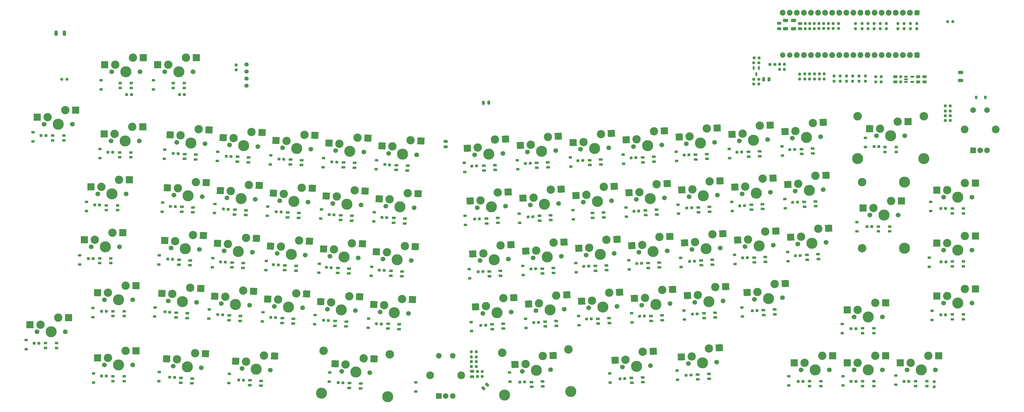
<source format=gbr>
%TF.GenerationSoftware,KiCad,Pcbnew,7.0.7*%
%TF.CreationDate,2023-12-22T23:49:32+01:00*%
%TF.ProjectId,isokey,69736f6b-6579-42e6-9b69-6361645f7063,A*%
%TF.SameCoordinates,Original*%
%TF.FileFunction,Soldermask,Bot*%
%TF.FilePolarity,Negative*%
%FSLAX46Y46*%
G04 Gerber Fmt 4.6, Leading zero omitted, Abs format (unit mm)*
G04 Created by KiCad (PCBNEW 7.0.7) date 2023-12-22 23:49:32*
%MOMM*%
%LPD*%
G01*
G04 APERTURE LIST*
G04 Aperture macros list*
%AMRoundRect*
0 Rectangle with rounded corners*
0 $1 Rounding radius*
0 $2 $3 $4 $5 $6 $7 $8 $9 X,Y pos of 4 corners*
0 Add a 4 corners polygon primitive as box body*
4,1,4,$2,$3,$4,$5,$6,$7,$8,$9,$2,$3,0*
0 Add four circle primitives for the rounded corners*
1,1,$1+$1,$2,$3*
1,1,$1+$1,$4,$5*
1,1,$1+$1,$6,$7*
1,1,$1+$1,$8,$9*
0 Add four rect primitives between the rounded corners*
20,1,$1+$1,$2,$3,$4,$5,0*
20,1,$1+$1,$4,$5,$6,$7,0*
20,1,$1+$1,$6,$7,$8,$9,0*
20,1,$1+$1,$8,$9,$2,$3,0*%
%AMRotRect*
0 Rectangle, with rotation*
0 The origin of the aperture is its center*
0 $1 length*
0 $2 width*
0 $3 Rotation angle, in degrees counterclockwise*
0 Add horizontal line*
21,1,$1,$2,0,0,$3*%
G04 Aperture macros list end*
%ADD10C,1.701800*%
%ADD11C,3.000000*%
%ADD12C,3.987800*%
%ADD13R,2.550000X2.500000*%
%ADD14RoundRect,0.526600X0.425000X0.425000X-0.425000X0.425000X-0.425000X-0.425000X0.425000X-0.425000X0*%
%ADD15C,2.082800*%
%ADD16C,1.903200*%
%ADD17RoundRect,0.526600X-0.425000X-0.514800X0.425000X-0.514800X0.425000X0.514800X-0.425000X0.514800X0*%
%ADD18RotRect,2.550000X2.500000X3.000000*%
%ADD19RotRect,2.550000X2.500000X357.000000*%
%ADD20C,3.048000*%
%ADD21R,2.000000X2.000000*%
%ADD22C,2.000000*%
%ADD23C,2.800000*%
%ADD24C,1.524000*%
%ADD25RoundRect,0.237500X0.287159X0.252875X-0.312019X0.221474X-0.287159X-0.252875X0.312019X-0.221474X0*%
%ADD26RotRect,1.300000X0.850000X183.000000*%
%ADD27RotRect,1.300000X0.850000X177.000000*%
%ADD28RoundRect,0.250000X0.475000X-0.250000X0.475000X0.250000X-0.475000X0.250000X-0.475000X-0.250000X0*%
%ADD29RoundRect,0.225000X-0.362710X0.244318X-0.386262X-0.205066X0.362710X-0.244318X0.386262X0.205066X0*%
%ADD30RoundRect,0.237500X0.300000X0.237500X-0.300000X0.237500X-0.300000X-0.237500X0.300000X-0.237500X0*%
%ADD31RoundRect,0.225000X-0.375000X0.225000X-0.375000X-0.225000X0.375000X-0.225000X0.375000X0.225000X0*%
%ADD32RoundRect,0.237500X-0.237500X0.250000X-0.237500X-0.250000X0.237500X-0.250000X0.237500X0.250000X0*%
%ADD33RoundRect,0.237500X0.312019X0.221474X-0.287159X0.252875X-0.312019X-0.221474X0.287159X-0.252875X0*%
%ADD34RoundRect,0.150000X-0.512500X-0.150000X0.512500X-0.150000X0.512500X0.150000X-0.512500X0.150000X0*%
%ADD35R,1.300000X0.850000*%
%ADD36RoundRect,0.250000X0.650000X-0.325000X0.650000X0.325000X-0.650000X0.325000X-0.650000X-0.325000X0*%
%ADD37RoundRect,0.237500X0.237500X-0.250000X0.237500X0.250000X-0.237500X0.250000X-0.237500X-0.250000X0*%
%ADD38RoundRect,0.237500X0.250000X0.237500X-0.250000X0.237500X-0.250000X-0.237500X0.250000X-0.237500X0*%
%ADD39RoundRect,0.237500X0.237500X-0.300000X0.237500X0.300000X-0.237500X0.300000X-0.237500X-0.300000X0*%
%ADD40RoundRect,0.250000X-0.224798X-0.487433X0.274517X-0.461265X0.224798X0.487433X-0.274517X0.461265X0*%
%ADD41RoundRect,0.237500X-0.237500X0.300000X-0.237500X-0.300000X0.237500X-0.300000X0.237500X0.300000X0*%
%ADD42RoundRect,0.225000X-0.386262X0.205066X-0.362710X-0.244318X0.386262X-0.205066X0.362710X0.244318X0*%
%ADD43RoundRect,0.250000X-0.159099X0.512652X-0.512652X0.159099X0.159099X-0.512652X0.512652X-0.159099X0*%
%ADD44RoundRect,0.237500X-0.250000X-0.237500X0.250000X-0.237500X0.250000X0.237500X-0.250000X0.237500X0*%
%ADD45RoundRect,0.150000X-0.150000X0.512500X-0.150000X-0.512500X0.150000X-0.512500X0.150000X0.512500X0*%
%ADD46RoundRect,0.250000X-0.475000X0.250000X-0.475000X-0.250000X0.475000X-0.250000X0.475000X0.250000X0*%
%ADD47RoundRect,0.250000X-0.250000X-0.475000X0.250000X-0.475000X0.250000X0.475000X-0.250000X0.475000X0*%
%ADD48RoundRect,0.250000X-0.650000X0.325000X-0.650000X-0.325000X0.650000X-0.325000X0.650000X0.325000X0*%
%ADD49RoundRect,0.250000X-0.325000X-0.650000X0.325000X-0.650000X0.325000X0.650000X-0.325000X0.650000X0*%
%ADD50RoundRect,0.225000X0.225000X0.375000X-0.225000X0.375000X-0.225000X-0.375000X0.225000X-0.375000X0*%
G04 APERTURE END LIST*
D10*
%TO.C,SW2*%
X89048799Y-89562410D03*
D11*
X90318799Y-87022410D03*
D12*
X94128799Y-89562410D03*
D11*
X96668799Y-84482410D03*
D10*
X99208799Y-89562410D03*
D13*
X100418799Y-84482410D03*
X86568799Y-87022410D03*
%TD*%
D14*
%TO.C,U1*%
X359360000Y-68300000D03*
D15*
X356820000Y-68300000D03*
X354280000Y-68300000D03*
X351740000Y-68300000D03*
X349200000Y-68300000D03*
X346660000Y-68300000D03*
X344120000Y-68300000D03*
X341580000Y-68300000D03*
X339040000Y-68300000D03*
X336500000Y-68300000D03*
X333960000Y-68300000D03*
X331420000Y-68300000D03*
X328880000Y-68300000D03*
X326340000Y-68300000D03*
X323800000Y-68300000D03*
X321260000Y-68300000D03*
X318720000Y-68300000D03*
X316180000Y-68300000D03*
X313640000Y-68300000D03*
X311100000Y-68300000D03*
D16*
X311100000Y-83540000D03*
X313640000Y-83540000D03*
D15*
X316180000Y-83540000D03*
X318720000Y-83540000D03*
X321260000Y-83540000D03*
X323800000Y-83540000D03*
X326340000Y-83540000D03*
X328880000Y-83540000D03*
X331420000Y-83540000D03*
X333960000Y-83540000D03*
X336500000Y-83540000D03*
X339040000Y-83540000D03*
X341580000Y-83540000D03*
X344120000Y-83540000D03*
X346660000Y-83540000D03*
X349200000Y-83540000D03*
X351740000Y-83540000D03*
X354280000Y-83540000D03*
X356820000Y-83540000D03*
D17*
X359360000Y-83540000D03*
%TD*%
D10*
%TO.C,SW30*%
X315525981Y-132480301D03*
D11*
X316661307Y-129877315D03*
D12*
X320599019Y-132214434D03*
D11*
X322869671Y-127008463D03*
D10*
X325672057Y-131948567D03*
D18*
X326614532Y-126812203D03*
X312916446Y-130073575D03*
%TD*%
D10*
%TO.C,SW36*%
X148450406Y-155957459D03*
D11*
X149851599Y-153487407D03*
D12*
X153523444Y-156223326D03*
D11*
X156325830Y-151283221D03*
D10*
X158596482Y-156489193D03*
D19*
X160070690Y-151479481D03*
X146106738Y-153291147D03*
%TD*%
D10*
%TO.C,SW6*%
X112396621Y-115915674D03*
D11*
X113797814Y-113445622D03*
D12*
X117469659Y-116181541D03*
D11*
X120272045Y-111241436D03*
D10*
X122542697Y-116447408D03*
D19*
X124016905Y-111437696D03*
X110052953Y-113249362D03*
%TD*%
D10*
%TO.C,SW43*%
X297499088Y-152501193D03*
D11*
X298634414Y-149898207D03*
D12*
X302572126Y-152235326D03*
D11*
X304842778Y-147029355D03*
D10*
X307645164Y-151969459D03*
D18*
X308587639Y-146833095D03*
X294889553Y-150094467D03*
%TD*%
D10*
%TO.C,SW18*%
X65025566Y-133524764D03*
D11*
X66295566Y-130984764D03*
D12*
X70105566Y-133524764D03*
D11*
X72645566Y-128444764D03*
D10*
X75185566Y-133524764D03*
D13*
X76395566Y-128444764D03*
X62545566Y-130984764D03*
%TD*%
D10*
%TO.C,SW9*%
X169468299Y-118906674D03*
D11*
X170869492Y-116436622D03*
D12*
X174541337Y-119172541D03*
D11*
X177343723Y-114232436D03*
D10*
X179614375Y-119438408D03*
D19*
X181088583Y-114428696D03*
X167124631Y-116240362D03*
%TD*%
D10*
%TO.C,SW55*%
X241423906Y-174516012D03*
D11*
X242559232Y-171913026D03*
D12*
X246496944Y-174250145D03*
D11*
X248767596Y-169044174D03*
D10*
X251569982Y-173984278D03*
D18*
X252512457Y-168847914D03*
X238814371Y-172109286D03*
%TD*%
D10*
%TO.C,SW24*%
X201382126Y-138462327D03*
D11*
X202517452Y-135859341D03*
D12*
X206455164Y-138196460D03*
D11*
X208725816Y-132990489D03*
D10*
X211528202Y-137930593D03*
D18*
X212470677Y-132794229D03*
X198772591Y-136055601D03*
%TD*%
D20*
%TO.C,H2*%
X339612341Y-153041109D03*
D12*
X354852341Y-153041109D03*
D20*
X339612341Y-129241109D03*
D12*
X354852341Y-129241109D03*
%TD*%
D10*
%TO.C,SW32*%
X62644266Y-152572614D03*
D11*
X63914266Y-150032614D03*
D12*
X67724266Y-152572614D03*
D11*
X70264266Y-147492614D03*
D10*
X72804266Y-152572614D03*
D13*
X74014266Y-147492614D03*
X60164266Y-150032614D03*
%TD*%
D10*
%TO.C,SW16*%
X314528981Y-113456408D03*
D11*
X315664307Y-110853422D03*
D12*
X319602019Y-113190541D03*
D11*
X321872671Y-107984570D03*
D10*
X324675057Y-112924674D03*
D18*
X325617532Y-107788310D03*
X311919446Y-111049682D03*
%TD*%
D10*
%TO.C,SW39*%
X221402020Y-156489272D03*
D11*
X222537346Y-153886286D03*
D12*
X226475058Y-156223405D03*
D11*
X228745710Y-151017434D03*
D10*
X231548096Y-155957538D03*
D18*
X232490571Y-150821174D03*
X218792485Y-154082546D03*
%TD*%
D10*
%TO.C,SW70*%
X317670791Y-196842097D03*
D11*
X318940791Y-194302097D03*
D12*
X322750791Y-196842097D03*
D11*
X325290791Y-191762097D03*
D10*
X327830791Y-196842097D03*
D13*
X329040791Y-191762097D03*
X315190791Y-194302097D03*
%TD*%
D10*
%TO.C,SW41*%
X259451303Y-154495193D03*
D11*
X260586629Y-151892207D03*
D12*
X264524341Y-154229326D03*
D11*
X266794993Y-149023355D03*
D10*
X269597379Y-153963459D03*
D18*
X270539854Y-148827095D03*
X256841768Y-152088467D03*
%TD*%
D10*
%TO.C,SW42*%
X278475196Y-153498193D03*
D11*
X279610522Y-150895207D03*
D12*
X283548234Y-153232326D03*
D11*
X285818886Y-148026355D03*
D10*
X288621272Y-152966459D03*
D18*
X289563747Y-147830095D03*
X275865661Y-151091467D03*
%TD*%
D10*
%TO.C,SW51*%
X147453406Y-174981352D03*
D11*
X148854599Y-172511300D03*
D12*
X152526444Y-175247219D03*
D11*
X155328830Y-170307114D03*
D10*
X157599482Y-175513086D03*
D19*
X159073690Y-170503374D03*
X145109738Y-172315040D03*
%TD*%
D10*
%TO.C,SW69*%
X277243555Y-194572767D03*
D11*
X278378881Y-191969781D03*
D12*
X282316593Y-194306900D03*
D11*
X284587245Y-189100929D03*
D10*
X287389631Y-194041033D03*
D18*
X288332106Y-188904669D03*
X274634020Y-192166041D03*
%TD*%
D10*
%TO.C,SW53*%
X203376121Y-176510012D03*
D11*
X204511447Y-173907026D03*
D12*
X208449159Y-176244145D03*
D11*
X210719811Y-171038174D03*
D10*
X213522197Y-175978278D03*
D18*
X214464672Y-170841914D03*
X200766586Y-174103286D03*
%TD*%
D10*
%TO.C,SW7*%
X131420513Y-116912674D03*
D11*
X132821706Y-114442622D03*
D12*
X136493551Y-117178541D03*
D11*
X139295937Y-112238436D03*
D10*
X141566589Y-117444408D03*
D19*
X143040797Y-112434696D03*
X129076845Y-114246362D03*
%TD*%
D10*
%TO.C,SW48*%
X90381728Y-171990352D03*
D11*
X91782921Y-169520300D03*
D12*
X95454766Y-172256219D03*
D11*
X98257152Y-167316114D03*
D10*
X100527804Y-172522086D03*
D19*
X102002012Y-167512374D03*
X88038060Y-169324040D03*
%TD*%
D10*
%TO.C,SW62*%
X67406766Y-195069754D03*
D11*
X68676766Y-192529754D03*
D12*
X72486766Y-195069754D03*
D11*
X75026766Y-189989754D03*
D10*
X77566766Y-195069754D03*
D13*
X78776766Y-189989754D03*
X64926766Y-192529754D03*
%TD*%
D10*
%TO.C,SW63*%
X92085586Y-195494455D03*
D11*
X93486779Y-193024403D03*
D12*
X97158624Y-195760322D03*
D11*
X99961010Y-190820217D03*
D10*
X102231662Y-196026189D03*
D19*
X103705870Y-191016477D03*
X89741918Y-192828143D03*
%TD*%
D10*
%TO.C,SW29*%
X296502088Y-133477301D03*
D11*
X297637414Y-130874315D03*
D12*
X301575126Y-133211434D03*
D11*
X303845778Y-128005463D03*
D10*
X306648164Y-132945567D03*
D18*
X307590639Y-127809203D03*
X293892553Y-131070575D03*
%TD*%
D10*
%TO.C,SW10*%
X200385126Y-119438434D03*
D11*
X201520452Y-116835448D03*
D12*
X205458164Y-119172567D03*
D11*
X207728816Y-113966596D03*
D10*
X210531202Y-118906700D03*
D18*
X211473677Y-113770336D03*
X197775591Y-117031708D03*
%TD*%
D10*
%TO.C,SW44*%
X316522981Y-151504193D03*
D11*
X317658307Y-148901207D03*
D12*
X321596019Y-151238326D03*
D11*
X323866671Y-146032355D03*
D10*
X326669057Y-150972459D03*
D18*
X327611532Y-145836095D03*
X313913446Y-149097467D03*
%TD*%
D10*
%TO.C,SW8*%
X150444406Y-117909674D03*
D11*
X151845599Y-115439622D03*
D12*
X155517444Y-118175541D03*
D11*
X158319830Y-113235436D03*
D10*
X160590482Y-118441408D03*
D19*
X162064690Y-113431696D03*
X148100738Y-115243362D03*
%TD*%
D10*
%TO.C,SW28*%
X277478195Y-134474301D03*
D11*
X278613521Y-131871315D03*
D12*
X282551233Y-134208434D03*
D11*
X284821885Y-129002463D03*
D10*
X287624271Y-133942567D03*
D18*
X288566746Y-128806203D03*
X274868660Y-132067575D03*
%TD*%
D10*
%TO.C,SW54*%
X222400013Y-175513012D03*
D11*
X223535339Y-172910026D03*
D12*
X227473051Y-175247145D03*
D11*
X229743703Y-170041174D03*
D10*
X232546089Y-174981278D03*
D18*
X233488564Y-169844914D03*
X219790478Y-173106286D03*
%TD*%
D10*
%TO.C,SW50*%
X128429514Y-173984352D03*
D11*
X129830707Y-171514300D03*
D12*
X133502552Y-174250219D03*
D11*
X136304938Y-169310114D03*
D10*
X138575590Y-174516086D03*
D19*
X140049798Y-169506374D03*
X126085846Y-171318040D03*
%TD*%
D10*
%TO.C,SW57*%
X279470693Y-172522065D03*
D11*
X280606019Y-169919079D03*
D12*
X284543731Y-172256198D03*
D11*
X286814383Y-167050227D03*
D10*
X289616769Y-171990331D03*
D18*
X290559244Y-166853967D03*
X276861158Y-170115339D03*
%TD*%
D10*
%TO.C,SW45*%
X342387291Y-141141109D03*
D11*
X343657291Y-138601109D03*
D12*
X347467291Y-141141109D03*
D11*
X350007291Y-136061109D03*
D10*
X352547291Y-141141109D03*
D13*
X353757291Y-136061109D03*
X339907291Y-138601109D03*
%TD*%
D10*
%TO.C,SW27*%
X258452805Y-135471379D03*
D11*
X259588131Y-132868393D03*
D12*
X263525843Y-135205512D03*
D11*
X265796495Y-129999541D03*
D10*
X268598881Y-134939645D03*
D18*
X269541356Y-129803281D03*
X255843270Y-133064653D03*
%TD*%
D20*
%TO.C,H4*%
X146179792Y-189994890D03*
D12*
X145382192Y-205214004D03*
D20*
X169947175Y-191240486D03*
D12*
X169149575Y-206459600D03*
%TD*%
D10*
%TO.C,SW25*%
X220406018Y-137465327D03*
D11*
X221541344Y-134862341D03*
D12*
X225479056Y-137199460D03*
D11*
X227749708Y-131993489D03*
D10*
X230552094Y-136933593D03*
D18*
X231494569Y-131797229D03*
X217796483Y-135058601D03*
%TD*%
D10*
%TO.C,SW64*%
X116883500Y-196342103D03*
D11*
X118284693Y-193872051D03*
D12*
X121956538Y-196607970D03*
D11*
X124758924Y-191667865D03*
D10*
X127029576Y-196873837D03*
D19*
X128503784Y-191864125D03*
X114539832Y-193675791D03*
%TD*%
D10*
%TO.C,SW47*%
X67406766Y-171622164D03*
D11*
X68676766Y-169082164D03*
D12*
X72486766Y-171622164D03*
D11*
X75026766Y-166542164D03*
D10*
X77566766Y-171622164D03*
D13*
X78776766Y-166542164D03*
X64926766Y-169082164D03*
%TD*%
D10*
%TO.C,SW3*%
X45738066Y-108472964D03*
D11*
X47008066Y-105932964D03*
D12*
X50818066Y-108472964D03*
D11*
X53358066Y-103392964D03*
D10*
X55898066Y-108472964D03*
D13*
X57108066Y-103392964D03*
X43258066Y-105932964D03*
%TD*%
D10*
%TO.C,SW11*%
X219409018Y-118441434D03*
D11*
X220544344Y-115838448D03*
D12*
X224482056Y-118175567D03*
D11*
X226752708Y-112969596D03*
D10*
X229555094Y-117909700D03*
D18*
X230497569Y-112773336D03*
X216799483Y-116034708D03*
%TD*%
D10*
%TO.C,SW31*%
X368920000Y-134700000D03*
D11*
X370190000Y-132160000D03*
D12*
X374000000Y-134700000D03*
D11*
X376540000Y-129620000D03*
D10*
X379080000Y-134700000D03*
D13*
X380290000Y-129620000D03*
X366440000Y-132160000D03*
%TD*%
D10*
%TO.C,SW13*%
X257455805Y-116447487D03*
D11*
X258591131Y-113844501D03*
D12*
X262528843Y-116181620D03*
D11*
X264799495Y-110975649D03*
D10*
X267601881Y-115915753D03*
D18*
X268544356Y-110779389D03*
X254846270Y-114040761D03*
%TD*%
D10*
%TO.C,SW35*%
X129426513Y-154960459D03*
D11*
X130827706Y-152490407D03*
D12*
X134499551Y-155226326D03*
D11*
X137301937Y-150286221D03*
D10*
X139572589Y-155492193D03*
D19*
X141046797Y-150482481D03*
X127082845Y-152294147D03*
%TD*%
D21*
%TO.C,SW73*%
X379500000Y-117822588D03*
D22*
X384500000Y-117822588D03*
X382000000Y-117822588D03*
D23*
X376400000Y-110322588D03*
X387600000Y-110322588D03*
D22*
X379500000Y-103322588D03*
X384500000Y-103322588D03*
%TD*%
D10*
%TO.C,SW59*%
X336720791Y-177792097D03*
D11*
X337990791Y-175252097D03*
D12*
X341800791Y-177792097D03*
D11*
X344340791Y-172712097D03*
D10*
X346880791Y-177792097D03*
D13*
X348090791Y-172712097D03*
X334240791Y-175252097D03*
%TD*%
D10*
%TO.C,SW71*%
X336720791Y-196842097D03*
D11*
X337990791Y-194302097D03*
D12*
X341800791Y-196842097D03*
D11*
X344340791Y-191762097D03*
D10*
X346880791Y-196842097D03*
D13*
X348090791Y-191762097D03*
X334240791Y-194302097D03*
%TD*%
D10*
%TO.C,SW26*%
X239428912Y-136468379D03*
D11*
X240564238Y-133865393D03*
D12*
X244501950Y-136202512D03*
D11*
X246772602Y-130996541D03*
D10*
X249574988Y-135936645D03*
D18*
X250517463Y-130800281D03*
X236819377Y-134061653D03*
%TD*%
D10*
%TO.C,SW72*%
X355770791Y-196842097D03*
D11*
X357040791Y-194302097D03*
D12*
X360850791Y-196842097D03*
D11*
X363390791Y-191762097D03*
D10*
X365930791Y-196842097D03*
D13*
X367140791Y-191762097D03*
X353290791Y-194302097D03*
%TD*%
D10*
%TO.C,SW68*%
X253462143Y-195799057D03*
D11*
X254597469Y-193196071D03*
D12*
X258535181Y-195533190D03*
D11*
X260805833Y-190327219D03*
D10*
X263608219Y-195267323D03*
D18*
X264550694Y-190130959D03*
X250852608Y-193392331D03*
%TD*%
D20*
%TO.C,H3*%
X210347948Y-190677021D03*
D12*
X211145548Y-205896135D03*
D20*
X234115331Y-189431425D03*
D12*
X234912931Y-204650539D03*
%TD*%
D10*
%TO.C,SW21*%
X130423513Y-135936567D03*
D11*
X131824706Y-133466515D03*
D12*
X135496551Y-136202434D03*
D11*
X138298937Y-131262329D03*
D10*
X140569589Y-136468301D03*
D19*
X142043797Y-131458589D03*
X128079845Y-133270255D03*
%TD*%
D10*
%TO.C,SW56*%
X260446800Y-173519065D03*
D11*
X261582126Y-170916079D03*
D12*
X265519838Y-173253198D03*
D11*
X267790490Y-168047227D03*
D10*
X270592876Y-172987331D03*
D18*
X271535351Y-167850967D03*
X257837265Y-171112339D03*
%TD*%
D10*
%TO.C,SW38*%
X202379126Y-157486219D03*
D11*
X203514452Y-154883233D03*
D12*
X207452164Y-157220352D03*
D11*
X209722816Y-152014381D03*
D10*
X212525202Y-156954485D03*
D18*
X213467677Y-151818121D03*
X199769591Y-155079493D03*
%TD*%
D10*
%TO.C,SW58*%
X300873820Y-171400374D03*
D11*
X302009146Y-168797388D03*
D12*
X305946858Y-171134507D03*
D11*
X308217510Y-165928536D03*
D10*
X311019896Y-170868640D03*
D18*
X311962371Y-165732276D03*
X298264285Y-168993648D03*
%TD*%
D24*
%TO.C,U5*%
X118458591Y-86940000D03*
X118458591Y-89480000D03*
X118458591Y-92020000D03*
X118458591Y-94560000D03*
%TD*%
D10*
%TO.C,SW67*%
X217524168Y-197295517D03*
D11*
X218659494Y-194692531D03*
D12*
X222597206Y-197029650D03*
D11*
X224867858Y-191823679D03*
D10*
X227670244Y-196763783D03*
D18*
X228612719Y-191627419D03*
X214914633Y-194888791D03*
%TD*%
D10*
%TO.C,SW1*%
X69998799Y-89562410D03*
D11*
X71268799Y-87022410D03*
D12*
X75078799Y-89562410D03*
D11*
X77618799Y-84482410D03*
D10*
X80158799Y-89562410D03*
D13*
X81368799Y-84482410D03*
X67518799Y-87022410D03*
%TD*%
D20*
%TO.C,H1*%
X337951791Y-105582409D03*
D12*
X337951791Y-120822409D03*
D20*
X361751791Y-105582409D03*
D12*
X361751791Y-120822409D03*
%TD*%
D10*
%TO.C,SW4*%
X69788066Y-114472964D03*
D11*
X71058066Y-111932964D03*
D12*
X74868066Y-114472964D03*
D11*
X77408066Y-109392964D03*
D10*
X79948066Y-114472964D03*
D13*
X81158066Y-109392964D03*
X67308066Y-111932964D03*
%TD*%
D10*
%TO.C,SW37*%
X167474299Y-156954459D03*
D11*
X168875492Y-154484407D03*
D12*
X172547337Y-157220326D03*
D11*
X175349723Y-152280221D03*
D10*
X177620375Y-157486193D03*
D19*
X179094583Y-152476481D03*
X165130631Y-154288147D03*
%TD*%
D10*
%TO.C,SW46*%
X368920000Y-153750000D03*
D11*
X370190000Y-151210000D03*
D12*
X374000000Y-153750000D03*
D11*
X376540000Y-148670000D03*
D10*
X379080000Y-153750000D03*
D13*
X380290000Y-148670000D03*
X366440000Y-151210000D03*
%TD*%
D21*
%TO.C,SW74*%
X187500000Y-206250000D03*
D22*
X192500000Y-206250000D03*
X190000000Y-206250000D03*
D23*
X184400000Y-198750000D03*
X195600000Y-198750000D03*
D22*
X187500000Y-191750000D03*
X192500000Y-191750000D03*
%TD*%
D10*
%TO.C,SW17*%
X344771791Y-112567409D03*
D11*
X346041791Y-110027409D03*
D12*
X349851791Y-112567409D03*
D11*
X352391791Y-107487409D03*
D10*
X354931791Y-112567409D03*
D13*
X356141791Y-107487409D03*
X342291791Y-110027409D03*
%TD*%
D10*
%TO.C,SW23*%
X168471299Y-137930567D03*
D11*
X169872492Y-135460515D03*
D12*
X173544337Y-138196434D03*
D11*
X176346723Y-133256329D03*
D10*
X178617375Y-138462301D03*
D19*
X180091583Y-133452589D03*
X166127631Y-135264255D03*
%TD*%
D10*
%TO.C,SW40*%
X240425913Y-155492272D03*
D11*
X241561239Y-152889286D03*
D12*
X245498951Y-155226405D03*
D11*
X247769603Y-150020434D03*
D10*
X250571989Y-154960538D03*
D18*
X251514464Y-149824174D03*
X237816378Y-153085546D03*
%TD*%
D10*
%TO.C,SW14*%
X276481195Y-115450408D03*
D11*
X277616521Y-112847422D03*
D12*
X281554233Y-115184541D03*
D11*
X283824885Y-109978570D03*
D10*
X286627271Y-114918674D03*
D18*
X287569746Y-109782310D03*
X273871660Y-113043682D03*
%TD*%
D10*
%TO.C,SW15*%
X295505088Y-114453408D03*
D11*
X296640414Y-111850422D03*
D12*
X300578126Y-114187541D03*
D11*
X302848778Y-108981570D03*
D10*
X305651164Y-113921674D03*
D18*
X306593639Y-108785310D03*
X292895553Y-112046682D03*
%TD*%
D10*
%TO.C,SW65*%
X152624879Y-197327248D03*
D11*
X154026072Y-194857196D03*
D12*
X157697917Y-197593115D03*
D11*
X160500303Y-192653010D03*
D10*
X162770955Y-197858982D03*
D19*
X164245163Y-192849270D03*
X150281211Y-194660936D03*
%TD*%
D10*
%TO.C,SW22*%
X149447406Y-136933567D03*
D11*
X150848599Y-134463515D03*
D12*
X154520444Y-137199434D03*
D11*
X157322830Y-132259329D03*
D10*
X159593482Y-137465301D03*
D19*
X161067690Y-132455589D03*
X147103738Y-134267255D03*
%TD*%
D10*
%TO.C,SW12*%
X238431912Y-117444487D03*
D11*
X239567238Y-114841501D03*
D12*
X243504950Y-117178620D03*
D11*
X245775602Y-111972649D03*
D10*
X248577988Y-116912753D03*
D18*
X249520463Y-111776389D03*
X235822377Y-115037761D03*
%TD*%
D10*
%TO.C,SW49*%
X109405621Y-172987352D03*
D11*
X110806814Y-170517300D03*
D12*
X114478659Y-173253219D03*
D11*
X117281045Y-168313114D03*
D10*
X119551697Y-173519086D03*
D19*
X121025905Y-168509374D03*
X107061953Y-170321040D03*
%TD*%
D10*
%TO.C,SW20*%
X111399621Y-134939567D03*
D11*
X112800814Y-132469515D03*
D12*
X116472659Y-135205434D03*
D11*
X119275045Y-130265329D03*
D10*
X121545697Y-135471301D03*
D19*
X123019905Y-130461589D03*
X109055953Y-132273255D03*
%TD*%
D10*
%TO.C,SW34*%
X110402620Y-153963459D03*
D11*
X111803813Y-151493407D03*
D12*
X115475658Y-154229326D03*
D11*
X118278044Y-149289221D03*
D10*
X120548696Y-154495193D03*
D19*
X122022904Y-149485481D03*
X108058952Y-151297147D03*
%TD*%
D10*
%TO.C,SW60*%
X368920000Y-172799075D03*
D11*
X370190000Y-170259075D03*
D12*
X374000000Y-172799075D03*
D11*
X376540000Y-167719075D03*
D10*
X379080000Y-172799075D03*
D13*
X380290000Y-167719075D03*
X366440000Y-170259075D03*
%TD*%
D10*
%TO.C,SW61*%
X43165566Y-183100164D03*
D11*
X44435566Y-180560164D03*
D12*
X48245566Y-183100164D03*
D11*
X50785566Y-178020164D03*
D10*
X53325566Y-183100164D03*
D13*
X54535566Y-178020164D03*
X40685566Y-180560164D03*
%TD*%
D10*
%TO.C,SW5*%
X93372728Y-114918674D03*
D11*
X94773921Y-112448622D03*
D12*
X98445766Y-115184541D03*
D11*
X101248152Y-110244436D03*
D10*
X103518804Y-115450408D03*
D19*
X104993012Y-110440696D03*
X91029060Y-112252362D03*
%TD*%
D10*
%TO.C,SW19*%
X92375728Y-133942567D03*
D11*
X93776921Y-131472515D03*
D12*
X97448766Y-134208434D03*
D11*
X100251152Y-129268329D03*
D10*
X102521804Y-134474301D03*
D19*
X103996012Y-129464589D03*
X90032060Y-131276255D03*
%TD*%
D10*
%TO.C,SW33*%
X91378728Y-152966459D03*
D11*
X92779921Y-150496407D03*
D12*
X96451766Y-153232326D03*
D11*
X99254152Y-148292221D03*
D10*
X101524804Y-153498193D03*
D19*
X102999012Y-148488481D03*
X89035060Y-150300147D03*
%TD*%
D10*
%TO.C,SW52*%
X166477299Y-175978352D03*
D11*
X167878492Y-173508300D03*
D12*
X171550337Y-176244219D03*
D11*
X174352723Y-171304114D03*
D10*
X176623375Y-176510086D03*
D19*
X178097583Y-171500374D03*
X164133631Y-173312040D03*
%TD*%
D25*
%TO.C,C9*%
X298361318Y-156454860D03*
X296638682Y-156545140D03*
%TD*%
D26*
%TO.C,D133*%
X308157915Y-175109337D03*
X308249503Y-176856939D03*
X304254985Y-177066283D03*
X304163397Y-175318681D03*
%TD*%
D27*
%TO.C,D109*%
X117259125Y-158413399D03*
X117167537Y-160161001D03*
X113173019Y-159951657D03*
X113264607Y-158204055D03*
%TD*%
D28*
%TO.C,C86*%
X362000000Y-93200000D03*
X362000000Y-91300000D03*
%TD*%
D29*
%TO.C,D21*%
X126086354Y-138102261D03*
X125913646Y-141397739D03*
%TD*%
D30*
%TO.C,C2*%
X345612500Y-116500000D03*
X343887500Y-116500000D03*
%TD*%
D31*
%TO.C,D47*%
X63250000Y-174600000D03*
X63250000Y-177900000D03*
%TD*%
D30*
%TO.C,C61*%
X43862500Y-187250000D03*
X42137500Y-187250000D03*
%TD*%
D32*
%TO.C,R28*%
X353500000Y-91337500D03*
X353500000Y-93162500D03*
%TD*%
%TO.C,R27*%
X324100000Y-72187500D03*
X324100000Y-74012500D03*
%TD*%
D33*
%TO.C,C51*%
X168861318Y-142045140D03*
X167138682Y-141954860D03*
%TD*%
D34*
%TO.C,U4*%
X355362500Y-93200000D03*
X355362500Y-92250000D03*
X355362500Y-91300000D03*
X357637500Y-91300000D03*
X357637500Y-93200000D03*
%TD*%
D27*
%TO.C,D108*%
X98235233Y-157416399D03*
X98143645Y-159164001D03*
X94149127Y-158954657D03*
X94240715Y-157207055D03*
%TD*%
D25*
%TO.C,C32*%
X202111318Y-142454860D03*
X200388682Y-142545140D03*
%TD*%
D26*
%TO.C,D129*%
X229684107Y-179221975D03*
X229775695Y-180969577D03*
X225781177Y-181178921D03*
X225689589Y-179431319D03*
%TD*%
D35*
%TO.C,D76*%
X92128799Y-95397410D03*
X92128799Y-93647410D03*
X96128799Y-93647410D03*
X96128799Y-95397410D03*
%TD*%
D31*
%TO.C,D61*%
X39250000Y-186100000D03*
X39250000Y-189400000D03*
%TD*%
D36*
%TO.C,C94*%
X375000000Y-92725000D03*
X375000000Y-89775000D03*
%TD*%
D30*
%TO.C,C59*%
X68112500Y-199000000D03*
X66387500Y-199000000D03*
%TD*%
D26*
%TO.C,D102*%
X265737893Y-139180189D03*
X265829481Y-140927791D03*
X261834963Y-141137135D03*
X261743375Y-139389533D03*
%TD*%
D27*
%TO.C,D80*%
X100229233Y-119368615D03*
X100137645Y-121116217D03*
X96143127Y-120906873D03*
X96234715Y-119159271D03*
%TD*%
D29*
%TO.C,D33*%
X87086354Y-155602261D03*
X86913646Y-158897739D03*
%TD*%
D25*
%TO.C,C8*%
X242361318Y-178454860D03*
X240638682Y-178545140D03*
%TD*%
D37*
%TO.C,R1*%
X320750000Y-92162500D03*
X320750000Y-90337500D03*
%TD*%
%TO.C,R15*%
X326000000Y-92162500D03*
X326000000Y-90337500D03*
%TD*%
D29*
%TO.C,D50*%
X124336354Y-176102261D03*
X124163646Y-179397739D03*
%TD*%
D38*
%TO.C,R46*%
X372162500Y-71500000D03*
X370337500Y-71500000D03*
%TD*%
D39*
%TO.C,C78*%
X201400000Y-199162500D03*
X201400000Y-197437500D03*
%TD*%
D32*
%TO.C,R26*%
X311700000Y-86887500D03*
X311700000Y-88712500D03*
%TD*%
D31*
%TO.C,D17*%
X340750000Y-113350000D03*
X340750000Y-116650000D03*
%TD*%
D29*
%TO.C,D9*%
X165181925Y-121352261D03*
X165009217Y-124647739D03*
%TD*%
D37*
%TO.C,R11*%
X336250000Y-92912500D03*
X336250000Y-91087500D03*
%TD*%
D40*
%TO.C,C82*%
X203551302Y-100749719D03*
X205448698Y-100650281D03*
%TD*%
D25*
%TO.C,C31*%
X317361318Y-155704860D03*
X315638682Y-155795140D03*
%TD*%
D41*
%TO.C,C96*%
X199250000Y-193887500D03*
X199250000Y-195612500D03*
%TD*%
D37*
%TO.C,R6*%
X341760000Y-74052500D03*
X341760000Y-72227500D03*
%TD*%
D35*
%TO.C,D106*%
X376000000Y-138785000D03*
X376000000Y-140535000D03*
X372000000Y-140535000D03*
X372000000Y-138785000D03*
%TD*%
D42*
%TO.C,D10*%
X196663646Y-122352261D03*
X196836354Y-125647739D03*
%TD*%
%TO.C,D25*%
X216413646Y-140602261D03*
X216586354Y-143897739D03*
%TD*%
D43*
%TO.C,C81*%
X204871751Y-202128249D03*
X203528249Y-203471751D03*
%TD*%
D37*
%TO.C,R18*%
X346500000Y-93162500D03*
X346500000Y-91337500D03*
%TD*%
D26*
%TO.C,D144*%
X284527650Y-198281729D03*
X284619238Y-200029331D03*
X280624720Y-200238675D03*
X280533132Y-198491073D03*
%TD*%
D37*
%TO.C,R36*%
X203100000Y-199212500D03*
X203100000Y-197387500D03*
%TD*%
D42*
%TO.C,D13*%
X253772423Y-119358261D03*
X253945131Y-122653739D03*
%TD*%
%TO.C,D68*%
X248913646Y-198102261D03*
X249086354Y-201397739D03*
%TD*%
D33*
%TO.C,C18*%
X148861318Y-160045140D03*
X147138682Y-159954860D03*
%TD*%
D30*
%TO.C,C3*%
X369612500Y-177000000D03*
X367887500Y-177000000D03*
%TD*%
%TO.C,C69*%
X337362500Y-182000000D03*
X335637500Y-182000000D03*
%TD*%
%TO.C,C5*%
X46362500Y-112500000D03*
X44637500Y-112500000D03*
%TD*%
D31*
%TO.C,D2*%
X85000000Y-92600000D03*
X85000000Y-95900000D03*
%TD*%
D44*
%TO.C,R60*%
X300675000Y-92300000D03*
X302500000Y-92300000D03*
%TD*%
D33*
%TO.C,C29*%
X130861318Y-140045140D03*
X129138682Y-139954860D03*
%TD*%
D29*
%TO.C,D51*%
X143086354Y-177102261D03*
X142913646Y-180397739D03*
%TD*%
D37*
%TO.C,R24*%
X331100000Y-74012500D03*
X331100000Y-72187500D03*
%TD*%
D25*
%TO.C,C35*%
X277361318Y-119454860D03*
X275638682Y-119545140D03*
%TD*%
D26*
%TO.C,D104*%
X303786178Y-137186163D03*
X303877766Y-138933765D03*
X299883248Y-139143109D03*
X299791660Y-137395507D03*
%TD*%
D29*
%TO.C,D7*%
X127134139Y-119596261D03*
X126961431Y-122891739D03*
%TD*%
D42*
%TO.C,D42*%
X274403123Y-156569427D03*
X274575831Y-159864905D03*
%TD*%
D33*
%TO.C,C36*%
X117361318Y-200545140D03*
X115638682Y-200454860D03*
%TD*%
%TO.C,C25*%
X153112164Y-201494740D03*
X151389528Y-201404460D03*
%TD*%
D45*
%TO.C,Q1*%
X300650000Y-88162500D03*
X302550000Y-88162500D03*
X301600000Y-90437500D03*
%TD*%
D46*
%TO.C,C89*%
X317300000Y-72200000D03*
X317300000Y-74100000D03*
%TD*%
D31*
%TO.C,D72*%
X351750000Y-198850000D03*
X351750000Y-202150000D03*
%TD*%
D37*
%TO.C,R7*%
X343960000Y-74052500D03*
X343960000Y-72227500D03*
%TD*%
D30*
%TO.C,C60*%
X65612500Y-137500000D03*
X63887500Y-137500000D03*
%TD*%
D33*
%TO.C,C37*%
X90861318Y-176045140D03*
X89138682Y-175954860D03*
%TD*%
D29*
%TO.C,D6*%
X108086354Y-118352261D03*
X107913646Y-121647739D03*
%TD*%
D28*
%TO.C,C85*%
X199500000Y-199250000D03*
X199500000Y-197350000D03*
%TD*%
D25*
%TO.C,C33*%
X297361318Y-137704860D03*
X295638682Y-137795140D03*
%TD*%
D26*
%TO.C,D88*%
X264740893Y-120156297D03*
X264832481Y-121903899D03*
X260837963Y-122113243D03*
X260746375Y-120365641D03*
%TD*%
D27*
%TO.C,D98*%
X175327803Y-142380507D03*
X175236215Y-144128109D03*
X171241697Y-143918765D03*
X171333285Y-142171163D03*
%TD*%
D32*
%TO.C,R66*%
X354660000Y-72227500D03*
X354660000Y-74052500D03*
%TD*%
D27*
%TO.C,D125*%
X135286018Y-178434292D03*
X135194430Y-180181894D03*
X131199912Y-179972550D03*
X131291500Y-178224948D03*
%TD*%
D42*
%TO.C,D43*%
X293814708Y-155412020D03*
X293987416Y-158707498D03*
%TD*%
D27*
%TO.C,D110*%
X136283018Y-159410399D03*
X136191430Y-161158001D03*
X132196912Y-160948657D03*
X132288500Y-159201055D03*
%TD*%
D25*
%TO.C,C43*%
X241361318Y-159454860D03*
X239638682Y-159545140D03*
%TD*%
D27*
%TO.C,D83*%
X157300911Y-122359615D03*
X157209323Y-124107217D03*
X153214805Y-123897873D03*
X153306393Y-122150271D03*
%TD*%
%TO.C,D140*%
X159481384Y-201777188D03*
X159389796Y-203524790D03*
X155395278Y-203315446D03*
X155486866Y-201567844D03*
%TD*%
D35*
%TO.C,D121*%
X376000000Y-157835000D03*
X376000000Y-159585000D03*
X372000000Y-159585000D03*
X372000000Y-157835000D03*
%TD*%
%TO.C,D92*%
X351851791Y-116652409D03*
X351851791Y-118402409D03*
X347851791Y-118402409D03*
X347851791Y-116652409D03*
%TD*%
D37*
%TO.C,R20*%
X320800000Y-74052500D03*
X320800000Y-72227500D03*
%TD*%
D46*
%TO.C,C88*%
X309800000Y-72150000D03*
X309800000Y-74050000D03*
%TD*%
D27*
%TO.C,D94*%
X99232233Y-138392507D03*
X99140645Y-140140109D03*
X95146127Y-139930765D03*
X95237715Y-138183163D03*
%TD*%
D42*
%TO.C,D16*%
X310844600Y-116367235D03*
X311017308Y-119662713D03*
%TD*%
D31*
%TO.C,D18*%
X61000000Y-136350000D03*
X61000000Y-139650000D03*
%TD*%
D42*
%TO.C,D54*%
X218715638Y-178423939D03*
X218888346Y-181719417D03*
%TD*%
D33*
%TO.C,C49*%
X112861318Y-120045140D03*
X111138682Y-119954860D03*
%TD*%
D37*
%TO.C,R14*%
X329500000Y-92912500D03*
X329500000Y-91087500D03*
%TD*%
D26*
%TO.C,D87*%
X245717001Y-121153297D03*
X245808589Y-122900899D03*
X241814071Y-123110243D03*
X241722483Y-121362641D03*
%TD*%
D35*
%TO.C,D137*%
X74486766Y-199154754D03*
X74486766Y-200904754D03*
X70486766Y-200904754D03*
X70486766Y-199154754D03*
%TD*%
D37*
%TO.C,R2*%
X319000000Y-92162500D03*
X319000000Y-90337500D03*
%TD*%
D27*
%TO.C,D123*%
X97238233Y-176440292D03*
X97146645Y-178187894D03*
X93152127Y-177978550D03*
X93243715Y-176230948D03*
%TD*%
D29*
%TO.C,D35*%
X125586354Y-157602261D03*
X125413646Y-160897739D03*
%TD*%
D33*
%TO.C,C73*%
X129861318Y-159045140D03*
X128138682Y-158954860D03*
%TD*%
D27*
%TO.C,D84*%
X176324803Y-123356614D03*
X176233215Y-125104216D03*
X172238697Y-124894872D03*
X172330285Y-123147270D03*
%TD*%
D25*
%TO.C,C1*%
X239250000Y-121500000D03*
X237527364Y-121590280D03*
%TD*%
D37*
%TO.C,R13*%
X331750000Y-92912500D03*
X331750000Y-91087500D03*
%TD*%
D35*
%TO.C,D146*%
X343800791Y-200927097D03*
X343800791Y-202677097D03*
X339800791Y-202677097D03*
X339800791Y-200927097D03*
%TD*%
D26*
%TO.C,D91*%
X321813070Y-117165271D03*
X321904658Y-118912873D03*
X317910140Y-119122217D03*
X317818552Y-117374615D03*
%TD*%
D29*
%TO.C,D23*%
X164336354Y-140102261D03*
X164163646Y-143397739D03*
%TD*%
D25*
%TO.C,C75*%
X223361318Y-179704860D03*
X221638682Y-179795140D03*
%TD*%
D33*
%TO.C,C4*%
X92861318Y-138045140D03*
X91138682Y-137954860D03*
%TD*%
D29*
%TO.C,D48*%
X85586354Y-174352261D03*
X85413646Y-177647739D03*
%TD*%
D26*
%TO.C,D115*%
X247711000Y-159201082D03*
X247802588Y-160948684D03*
X243808070Y-161158028D03*
X243716482Y-159410426D03*
%TD*%
D25*
%TO.C,C55*%
X259361318Y-139704860D03*
X257638682Y-139795140D03*
%TD*%
D33*
%TO.C,C7*%
X167861318Y-161045140D03*
X166138682Y-160954860D03*
%TD*%
D37*
%TO.C,R65*%
X201000000Y-192162500D03*
X201000000Y-190337500D03*
%TD*%
D44*
%TO.C,R63*%
X52087500Y-92241069D03*
X53912500Y-92241069D03*
%TD*%
D37*
%TO.C,R37*%
X344500000Y-93162500D03*
X344500000Y-91337500D03*
%TD*%
D44*
%TO.C,R59*%
X300687500Y-86300000D03*
X302512500Y-86300000D03*
%TD*%
D42*
%TO.C,D56*%
X256763423Y-176429939D03*
X256936131Y-179725417D03*
%TD*%
D31*
%TO.C,D46*%
X363750000Y-156450000D03*
X363750000Y-159750000D03*
%TD*%
D26*
%TO.C,D130*%
X248708000Y-178224975D03*
X248799588Y-179972577D03*
X244805070Y-180181921D03*
X244713482Y-178434319D03*
%TD*%
D30*
%TO.C,C17*%
X96112500Y-97750000D03*
X94387500Y-97750000D03*
%TD*%
D27*
%TO.C,D138*%
X98942090Y-199944395D03*
X98850502Y-201691997D03*
X94855984Y-201482653D03*
X94947572Y-199735051D03*
%TD*%
D30*
%TO.C,C79*%
X308262500Y-86900000D03*
X306537500Y-86900000D03*
%TD*%
%TO.C,C14*%
X369725000Y-158000000D03*
X368000000Y-158000000D03*
%TD*%
D31*
%TO.C,D71*%
X332750000Y-199100000D03*
X332750000Y-202400000D03*
%TD*%
D35*
%TO.C,D136*%
X50245566Y-187185164D03*
X50245566Y-188935164D03*
X46245566Y-188935164D03*
X46245566Y-187185164D03*
%TD*%
D27*
%TO.C,D95*%
X118256126Y-139389507D03*
X118164538Y-141137109D03*
X114170020Y-140927765D03*
X114261608Y-139180163D03*
%TD*%
D26*
%TO.C,D131*%
X267731893Y-177227975D03*
X267823481Y-178975577D03*
X263828963Y-179184921D03*
X263737375Y-177437319D03*
%TD*%
D25*
%TO.C,C21*%
X221361318Y-141704860D03*
X219638682Y-141795140D03*
%TD*%
D31*
%TO.C,D45*%
X337750000Y-143700000D03*
X337750000Y-147000000D03*
%TD*%
D30*
%TO.C,C16*%
X77112500Y-97750000D03*
X75387500Y-97750000D03*
%TD*%
D42*
%TO.C,D12*%
X234748531Y-120355261D03*
X234921239Y-123650739D03*
%TD*%
D35*
%TO.C,D107*%
X69724266Y-156657614D03*
X69724266Y-158407614D03*
X65724266Y-158407614D03*
X65724266Y-156657614D03*
%TD*%
D39*
%TO.C,C98*%
X114700000Y-88862500D03*
X114700000Y-87137500D03*
%TD*%
D27*
%TO.C,D96*%
X137280018Y-140386507D03*
X137188430Y-142134109D03*
X133193912Y-141924765D03*
X133285500Y-140177163D03*
%TD*%
D25*
%TO.C,C22*%
X316361318Y-136454860D03*
X314638682Y-136545140D03*
%TD*%
D42*
%TO.C,D30*%
X311841600Y-135391127D03*
X312014308Y-138686605D03*
%TD*%
D33*
%TO.C,C28*%
X150861318Y-122045140D03*
X149138682Y-121954860D03*
%TD*%
D26*
%TO.C,D101*%
X246714001Y-140177189D03*
X246805589Y-141924791D03*
X242811071Y-142134135D03*
X242719483Y-140386533D03*
%TD*%
D35*
%TO.C,D79*%
X76868066Y-118557964D03*
X76868066Y-120307964D03*
X72868066Y-120307964D03*
X72868066Y-118557964D03*
%TD*%
D37*
%TO.C,R64*%
X199250000Y-192162500D03*
X199250000Y-190337500D03*
%TD*%
%TO.C,R31*%
X369500000Y-103662500D03*
X369500000Y-101837500D03*
%TD*%
D25*
%TO.C,C42*%
X301861318Y-175454860D03*
X300138682Y-175545140D03*
%TD*%
D26*
%TO.C,D142*%
X224808263Y-201004480D03*
X224899851Y-202752082D03*
X220905333Y-202961426D03*
X220813745Y-201213824D03*
%TD*%
D27*
%TO.C,D112*%
X174330803Y-161404400D03*
X174239215Y-163152002D03*
X170244697Y-162942658D03*
X170336285Y-161195056D03*
%TD*%
D35*
%TO.C,D145*%
X324750791Y-200927097D03*
X324750791Y-202677097D03*
X320750791Y-202677097D03*
X320750791Y-200927097D03*
%TD*%
D31*
%TO.C,D66*%
X179250000Y-201350000D03*
X179250000Y-204650000D03*
%TD*%
D42*
%TO.C,D57*%
X275577292Y-175454522D03*
X275750000Y-178750000D03*
%TD*%
%TO.C,D58*%
X296413646Y-174352261D03*
X296586354Y-177647739D03*
%TD*%
D33*
%TO.C,C27*%
X169861318Y-123045140D03*
X168138682Y-122954860D03*
%TD*%
D27*
%TO.C,D127*%
X173333804Y-180428292D03*
X173242216Y-182175894D03*
X169247698Y-181966550D03*
X169339286Y-180218948D03*
%TD*%
D42*
%TO.C,D41*%
X255766423Y-157406046D03*
X255939131Y-160701524D03*
%TD*%
D26*
%TO.C,D143*%
X260746237Y-199508019D03*
X260837825Y-201255621D03*
X256843307Y-201464965D03*
X256751719Y-199717363D03*
%TD*%
D27*
%TO.C,D126*%
X154309911Y-179431292D03*
X154218323Y-181178894D03*
X150223805Y-180969550D03*
X150315393Y-179221948D03*
%TD*%
D33*
%TO.C,C71*%
X110861318Y-158045140D03*
X109138682Y-157954860D03*
%TD*%
D29*
%TO.C,D5*%
X89086354Y-117602261D03*
X88913646Y-120897739D03*
%TD*%
D35*
%TO.C,D120*%
X349467291Y-145226109D03*
X349467291Y-146976109D03*
X345467291Y-146976109D03*
X345467291Y-145226109D03*
%TD*%
%TO.C,D93*%
X72105566Y-137609764D03*
X72105566Y-139359764D03*
X68105566Y-139359764D03*
X68105566Y-137609764D03*
%TD*%
D42*
%TO.C,D28*%
X273513646Y-137352261D03*
X273686354Y-140647739D03*
%TD*%
D25*
%TO.C,C41*%
X278111318Y-198704860D03*
X276388682Y-198795140D03*
%TD*%
%TO.C,C20*%
X279361318Y-157704860D03*
X277638682Y-157795140D03*
%TD*%
D35*
%TO.C,D147*%
X362850791Y-200927097D03*
X362850791Y-202677097D03*
X358850791Y-202677097D03*
X358850791Y-200927097D03*
%TD*%
D37*
%TO.C,R9*%
X348360000Y-74052500D03*
X348360000Y-72227500D03*
%TD*%
D33*
%TO.C,C62*%
X149861318Y-141045140D03*
X148138682Y-140954860D03*
%TD*%
D42*
%TO.C,D38*%
X198475404Y-160602261D03*
X198648112Y-163897739D03*
%TD*%
D32*
%TO.C,R67*%
X352460000Y-72227500D03*
X352460000Y-74052500D03*
%TD*%
D37*
%TO.C,R3*%
X317200000Y-92212500D03*
X317200000Y-90387500D03*
%TD*%
D35*
%TO.C,D77*%
X73078799Y-95397410D03*
X73078799Y-93647410D03*
X77078799Y-93647410D03*
X77078799Y-95397410D03*
%TD*%
D27*
%TO.C,D111*%
X155306910Y-160407399D03*
X155215322Y-162155001D03*
X151220804Y-161945657D03*
X151312392Y-160198055D03*
%TD*%
D29*
%TO.C,D36*%
X144586354Y-158602261D03*
X144413646Y-161897739D03*
%TD*%
D26*
%TO.C,D85*%
X207669215Y-123147297D03*
X207760803Y-124894899D03*
X203766285Y-125104243D03*
X203674697Y-123356641D03*
%TD*%
D35*
%TO.C,D122*%
X74486766Y-175707164D03*
X74486766Y-177457164D03*
X70486766Y-177457164D03*
X70486766Y-175707164D03*
%TD*%
D26*
%TO.C,D128*%
X210660215Y-180218975D03*
X210751803Y-181966577D03*
X206757285Y-182175921D03*
X206665697Y-180428319D03*
%TD*%
D41*
%TO.C,C92*%
X369500000Y-105387500D03*
X369500000Y-107112500D03*
%TD*%
D27*
%TO.C,D97*%
X156303911Y-141383507D03*
X156212323Y-143131109D03*
X152217805Y-142921765D03*
X152309393Y-141174163D03*
%TD*%
D25*
%TO.C,C54*%
X222361318Y-160454860D03*
X220638682Y-160545140D03*
%TD*%
D33*
%TO.C,C39*%
X131861318Y-121045140D03*
X130138682Y-120954860D03*
%TD*%
D35*
%TO.C,D135*%
X376000000Y-176884075D03*
X376000000Y-178634075D03*
X372000000Y-178634075D03*
X372000000Y-176884075D03*
%TD*%
D32*
%TO.C,R30*%
X322400000Y-72227500D03*
X322400000Y-74052500D03*
%TD*%
D25*
%TO.C,C76*%
X203361318Y-161454860D03*
X201638682Y-161545140D03*
%TD*%
D42*
%TO.C,D67*%
X212911590Y-197773757D03*
X213084298Y-201069235D03*
%TD*%
%TO.C,D15*%
X291820708Y-117364235D03*
X291993416Y-120659713D03*
%TD*%
D27*
%TO.C,D82*%
X138277018Y-121362615D03*
X138185430Y-123110217D03*
X134190912Y-122900873D03*
X134282500Y-121153271D03*
%TD*%
D33*
%TO.C,C38*%
X166861318Y-180295140D03*
X165138682Y-180204860D03*
%TD*%
D25*
%TO.C,C64*%
X261361318Y-177454860D03*
X259638682Y-177545140D03*
%TD*%
D32*
%TO.C,R35*%
X310000000Y-86887500D03*
X310000000Y-88712500D03*
%TD*%
%TO.C,R29*%
X327500000Y-72187500D03*
X327500000Y-74012500D03*
%TD*%
D29*
%TO.C,D49*%
X105086354Y-175102261D03*
X104913646Y-178397739D03*
%TD*%
D25*
%TO.C,C12*%
X220361318Y-122454860D03*
X218638682Y-122545140D03*
%TD*%
D29*
%TO.C,D52*%
X162336354Y-178352261D03*
X162163646Y-181647739D03*
%TD*%
D31*
%TO.C,D31*%
X364250000Y-136350000D03*
X364250000Y-139650000D03*
%TD*%
D33*
%TO.C,C50*%
X93861318Y-119045140D03*
X92138682Y-118954860D03*
%TD*%
D42*
%TO.C,D69*%
X273163646Y-197102261D03*
X273336354Y-200397739D03*
%TD*%
D25*
%TO.C,C19*%
X218359262Y-201126356D03*
X216636626Y-201216636D03*
%TD*%
D47*
%TO.C,C80*%
X304250000Y-92300000D03*
X306150000Y-92300000D03*
%TD*%
D42*
%TO.C,D44*%
X312838600Y-154415020D03*
X313011308Y-157710498D03*
%TD*%
D30*
%TO.C,C72*%
X63362500Y-156750000D03*
X61637500Y-156750000D03*
%TD*%
D26*
%TO.C,D105*%
X322810070Y-136189163D03*
X322901658Y-137936765D03*
X318907140Y-138146109D03*
X318815552Y-136398507D03*
%TD*%
D32*
%TO.C,R22*%
X365500000Y-201087500D03*
X365500000Y-202912500D03*
%TD*%
D30*
%TO.C,C52*%
X318362500Y-201000000D03*
X316637500Y-201000000D03*
%TD*%
D35*
%TO.C,D134*%
X343800791Y-181877097D03*
X343800791Y-183627097D03*
X339800791Y-183627097D03*
X339800791Y-181877097D03*
%TD*%
D37*
%TO.C,R5*%
X339560000Y-74052500D03*
X339560000Y-72227500D03*
%TD*%
D27*
%TO.C,D139*%
X123740005Y-200792044D03*
X123648417Y-202539646D03*
X119653899Y-202330302D03*
X119745487Y-200582700D03*
%TD*%
%TO.C,D124*%
X116262125Y-177437292D03*
X116170537Y-179184894D03*
X112176019Y-178975550D03*
X112267607Y-177227948D03*
%TD*%
D29*
%TO.C,D63*%
X87086354Y-197602261D03*
X86913646Y-200897739D03*
%TD*%
D31*
%TO.C,D70*%
X313250000Y-199100000D03*
X313250000Y-202400000D03*
%TD*%
D41*
%TO.C,C93*%
X371250000Y-105387500D03*
X371250000Y-107112500D03*
%TD*%
D29*
%TO.C,D20*%
X107086354Y-137102261D03*
X106913646Y-140397739D03*
%TD*%
D42*
%TO.C,D53*%
X199163646Y-179602261D03*
X199336354Y-182897739D03*
%TD*%
D30*
%TO.C,C6*%
X70362500Y-118500000D03*
X68637500Y-118500000D03*
%TD*%
D37*
%TO.C,R16*%
X324250000Y-92162500D03*
X324250000Y-90337500D03*
%TD*%
D42*
%TO.C,D29*%
X292817708Y-136388127D03*
X292990416Y-139683605D03*
%TD*%
D31*
%TO.C,D1*%
X66200000Y-92600000D03*
X66200000Y-95900000D03*
%TD*%
D33*
%TO.C,C70*%
X92611318Y-199545140D03*
X90888682Y-199454860D03*
%TD*%
D31*
%TO.C,D3*%
X41750000Y-111350000D03*
X41750000Y-114650000D03*
%TD*%
D37*
%TO.C,R10*%
X338500000Y-92912500D03*
X338500000Y-91087500D03*
%TD*%
D30*
%TO.C,C11*%
X343112500Y-145250000D03*
X341387500Y-145250000D03*
%TD*%
D31*
%TO.C,D59*%
X332500000Y-180350000D03*
X332500000Y-183650000D03*
%TD*%
D29*
%TO.C,D64*%
X112250000Y-198250000D03*
X112077292Y-201545478D03*
%TD*%
D25*
%TO.C,C30*%
X254361318Y-199954860D03*
X252638682Y-200045140D03*
%TD*%
D33*
%TO.C,C26*%
X109861318Y-177045140D03*
X108138682Y-176954860D03*
%TD*%
D48*
%TO.C,C90*%
X315000000Y-71125000D03*
X315000000Y-74075000D03*
%TD*%
D33*
%TO.C,C63*%
X147861318Y-179045140D03*
X146138682Y-178954860D03*
%TD*%
D25*
%TO.C,C10*%
X260361318Y-158454860D03*
X258638682Y-158545140D03*
%TD*%
D44*
%TO.C,R21*%
X300687500Y-94000000D03*
X302512500Y-94000000D03*
%TD*%
D26*
%TO.C,D113*%
X209663215Y-161195082D03*
X209754803Y-162942684D03*
X205760285Y-163152028D03*
X205668697Y-161404426D03*
%TD*%
D37*
%TO.C,R23*%
X329200000Y-74012500D03*
X329200000Y-72187500D03*
%TD*%
D25*
%TO.C,C44*%
X278361318Y-138454860D03*
X276638682Y-138545140D03*
%TD*%
%TO.C,C46*%
X258361318Y-120454860D03*
X256638682Y-120545140D03*
%TD*%
%TO.C,C24*%
X296361318Y-118454860D03*
X294638682Y-118545140D03*
%TD*%
D35*
%TO.C,D78*%
X52800000Y-112525000D03*
X52800000Y-114275000D03*
X48800000Y-114275000D03*
X48800000Y-112525000D03*
%TD*%
D29*
%TO.C,D37*%
X163422708Y-159704522D03*
X163250000Y-163000000D03*
%TD*%
%TO.C,D34*%
X106336354Y-156602261D03*
X106163646Y-159897739D03*
%TD*%
D33*
%TO.C,C15*%
X91861318Y-157045140D03*
X90138682Y-156954860D03*
%TD*%
D31*
%TO.C,D4*%
X65750000Y-117350000D03*
X65750000Y-120650000D03*
%TD*%
D42*
%TO.C,D39*%
X217718638Y-159400046D03*
X217891346Y-162695524D03*
%TD*%
D32*
%TO.C,R33*%
X359260000Y-72227500D03*
X359260000Y-74052500D03*
%TD*%
D26*
%TO.C,D89*%
X283764786Y-119159297D03*
X283856374Y-120906899D03*
X279861856Y-121116243D03*
X279770268Y-119368641D03*
%TD*%
D29*
%TO.C,D19*%
X88336354Y-136602261D03*
X88163646Y-139897739D03*
%TD*%
D28*
%TO.C,C83*%
X190000000Y-116550000D03*
X190000000Y-114650000D03*
%TD*%
D30*
%TO.C,C48*%
X68112500Y-175750000D03*
X66387500Y-175750000D03*
%TD*%
D25*
%TO.C,C53*%
X280361318Y-176704860D03*
X278638682Y-176795140D03*
%TD*%
D32*
%TO.C,R25*%
X325800000Y-72187500D03*
X325800000Y-74012500D03*
%TD*%
D30*
%TO.C,C58*%
X337362500Y-201000000D03*
X335637500Y-201000000D03*
%TD*%
D25*
%TO.C,C13*%
X315361318Y-117454860D03*
X313638682Y-117545140D03*
%TD*%
D37*
%TO.C,R38*%
X340750000Y-92912500D03*
X340750000Y-91087500D03*
%TD*%
D26*
%TO.C,D90*%
X302789178Y-118162271D03*
X302880766Y-119909873D03*
X298886248Y-120119217D03*
X298794660Y-118371615D03*
%TD*%
D42*
%TO.C,D26*%
X235745531Y-139379153D03*
X235918239Y-142674631D03*
%TD*%
D29*
%TO.C,D22*%
X145336354Y-139102261D03*
X145163646Y-142397739D03*
%TD*%
D26*
%TO.C,D99*%
X208666215Y-142171189D03*
X208757803Y-143918791D03*
X204763285Y-144128135D03*
X204671697Y-142380533D03*
%TD*%
%TO.C,D119*%
X323807070Y-155213056D03*
X323898658Y-156960658D03*
X319904140Y-157170002D03*
X319812552Y-155422400D03*
%TD*%
%TO.C,D103*%
X284761786Y-138183189D03*
X284853374Y-139930791D03*
X280858856Y-140140135D03*
X280767268Y-138392533D03*
%TD*%
D32*
%TO.C,R34*%
X356960000Y-72227500D03*
X356960000Y-74052500D03*
%TD*%
D42*
%TO.C,D40*%
X236742531Y-158403046D03*
X236915239Y-161698524D03*
%TD*%
D37*
%TO.C,R8*%
X346160000Y-74052500D03*
X346160000Y-72227500D03*
%TD*%
D31*
%TO.C,D32*%
X58500000Y-155600000D03*
X58500000Y-158900000D03*
%TD*%
D37*
%TO.C,R4*%
X337260000Y-74052500D03*
X337260000Y-72227500D03*
%TD*%
%TO.C,R12*%
X334000000Y-92912500D03*
X334000000Y-91087500D03*
%TD*%
D41*
%TO.C,C97*%
X201000000Y-193887500D03*
X201000000Y-195612500D03*
%TD*%
D33*
%TO.C,C40*%
X111861318Y-139045140D03*
X110138682Y-138954860D03*
%TD*%
D49*
%TO.C,C95*%
X50050000Y-75666069D03*
X53000000Y-75666069D03*
%TD*%
D29*
%TO.C,D65*%
X148337200Y-197801861D03*
X148164492Y-201097339D03*
%TD*%
D28*
%TO.C,C84*%
X351500000Y-93200000D03*
X351500000Y-91300000D03*
%TD*%
D42*
%TO.C,D27*%
X254769423Y-138382153D03*
X254942131Y-141677631D03*
%TD*%
D30*
%TO.C,C67*%
X369612500Y-138750000D03*
X367887500Y-138750000D03*
%TD*%
D31*
%TO.C,D60*%
X364750000Y-175600000D03*
X364750000Y-178900000D03*
%TD*%
D37*
%TO.C,R17*%
X322500000Y-92162500D03*
X322500000Y-90337500D03*
%TD*%
D26*
%TO.C,D117*%
X285758786Y-157207082D03*
X285850374Y-158954684D03*
X281855856Y-159164028D03*
X281764268Y-157416426D03*
%TD*%
D28*
%TO.C,C87*%
X359750000Y-93200000D03*
X359750000Y-91300000D03*
%TD*%
D25*
%TO.C,C23*%
X201111318Y-123454860D03*
X199388682Y-123545140D03*
%TD*%
D30*
%TO.C,C47*%
X356362500Y-201000000D03*
X354637500Y-201000000D03*
%TD*%
D42*
%TO.C,D11*%
X215724638Y-121352261D03*
X215897346Y-124647739D03*
%TD*%
%TO.C,D55*%
X237739531Y-177426939D03*
X237912239Y-180722417D03*
%TD*%
D26*
%TO.C,D114*%
X228687108Y-160198082D03*
X228778696Y-161945684D03*
X224784178Y-162155028D03*
X224692590Y-160407426D03*
%TD*%
D29*
%TO.C,D8*%
X146158032Y-120593261D03*
X145985324Y-123888739D03*
%TD*%
D26*
%TO.C,D100*%
X227690108Y-141174189D03*
X227781696Y-142921791D03*
X223787178Y-143131135D03*
X223695590Y-141383533D03*
%TD*%
D37*
%TO.C,R19*%
X319160000Y-74052500D03*
X319160000Y-72227500D03*
%TD*%
D26*
%TO.C,D132*%
X286755786Y-176230975D03*
X286847374Y-177978577D03*
X282852856Y-178187921D03*
X282761268Y-176440319D03*
%TD*%
D42*
%TO.C,D24*%
X196910646Y-141376153D03*
X197083354Y-144671631D03*
%TD*%
D26*
%TO.C,D118*%
X304783178Y-156210056D03*
X304874766Y-157957658D03*
X300880248Y-158167002D03*
X300788660Y-156419400D03*
%TD*%
D27*
%TO.C,D81*%
X119253125Y-120365615D03*
X119161537Y-122113217D03*
X115167019Y-121903873D03*
X115258607Y-120156271D03*
%TD*%
D31*
%TO.C,D62*%
X63500000Y-198100000D03*
X63500000Y-201400000D03*
%TD*%
D26*
%TO.C,D116*%
X266734893Y-158204082D03*
X266826481Y-159951684D03*
X262831963Y-160161028D03*
X262740375Y-158413426D03*
%TD*%
D37*
%TO.C,R32*%
X371250000Y-103662500D03*
X371250000Y-101837500D03*
%TD*%
D33*
%TO.C,C74*%
X128861318Y-178045140D03*
X127138682Y-177954860D03*
%TD*%
D26*
%TO.C,D86*%
X226693108Y-122150297D03*
X226784696Y-123897899D03*
X222790178Y-124107243D03*
X222698590Y-122359641D03*
%TD*%
D38*
%TO.C,R61*%
X302612500Y-84600000D03*
X300787500Y-84600000D03*
%TD*%
D48*
%TO.C,C91*%
X312100000Y-71125000D03*
X312100000Y-74075000D03*
%TD*%
D42*
%TO.C,D14*%
X272796316Y-118361261D03*
X272969024Y-121656739D03*
%TD*%
D50*
%TO.C,D169*%
X383900000Y-98750000D03*
X380600000Y-98750000D03*
%TD*%
D25*
%TO.C,C65*%
X204361318Y-180704860D03*
X202638682Y-180795140D03*
%TD*%
M02*

</source>
